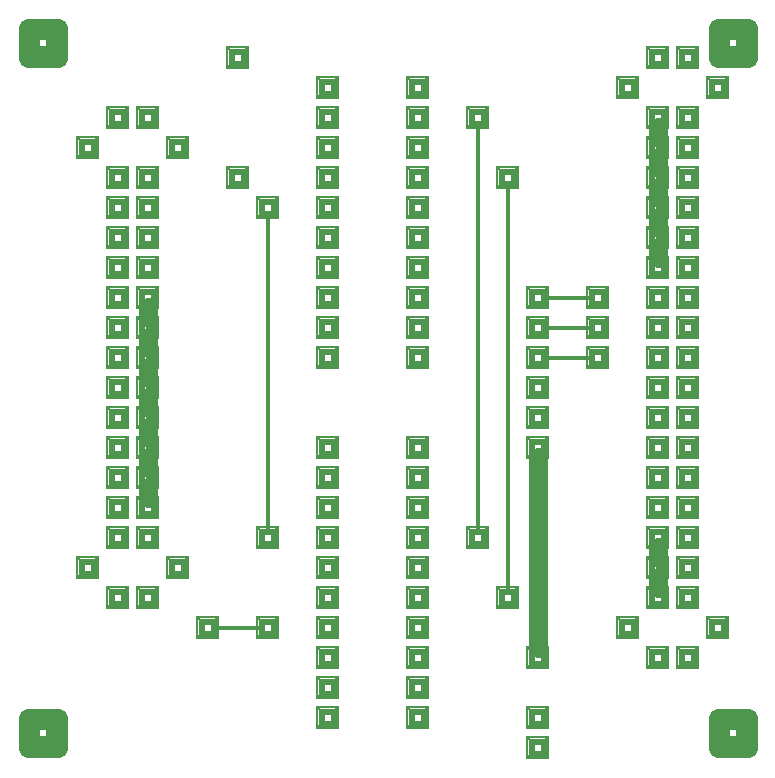
<source format=gtl>
%MOIN*%
%FSLAX23Y23*%
%ADD10C,.012*%
%ADD11C,.062*%
%ADD12C,.050X.024*%
%ADD13R,.062X.062X.024*%
%ADD14C,.016*%
%ADD15R,.008X.062*%
%ADD16R,.062X.008*%
%ADD17C,.008*%
%LPD*%
G90*X0Y0D02*X150Y150D02*D11*X50D01*Y250D01*       
X150D01*Y150D01*D13*X100Y200D03*X450Y650D03*D14*  
X481Y681D03*Y619D03*X419Y681D03*Y619D03*D15*      
X485Y650D03*X415D03*D16*X450Y685D03*Y615D03*D13*  
X350Y650D03*D14*X381Y681D03*Y619D03*X319Y681D03*  
Y619D03*D15*X385Y650D03*X315D03*D16*X350Y685D03*  
Y615D03*D13*X650Y550D03*D14*X681Y581D03*Y519D03*  
X619Y581D03*Y519D03*D15*X685Y550D03*X615D03*D16*  
X650Y585D03*Y515D03*X681Y550D02*D10*X819D01*D13*  
X850D03*D14*X881Y581D03*Y519D03*X819Y581D03*      
Y519D03*D15*X885Y550D03*X815D03*D16*X850Y585D03*  
Y515D03*D13*X1050Y350D03*D14*X1081Y381D03*Y319D03*
X1019Y381D03*Y319D03*D15*X1085Y350D03*X1015D03*   
D16*X1050Y385D03*Y315D03*D13*Y750D03*D14*         
X1081Y781D03*Y719D03*X1019Y781D03*Y719D03*D15*    
X1085Y750D03*X1015D03*D16*X1050Y785D03*Y715D03*   
D13*Y450D03*D14*X1081Y481D03*Y419D03*X1019Y481D03*
Y419D03*D15*X1085Y450D03*X1015D03*D16*            
X1050Y485D03*Y415D03*D13*Y550D03*D14*X1081Y581D03*
Y519D03*X1019Y581D03*Y519D03*D15*X1085Y550D03*    
X1015D03*D16*X1050Y585D03*Y515D03*D13*Y650D03*D14*
X1081Y681D03*Y619D03*X1019Y681D03*Y619D03*D15*    
X1085Y650D03*X1015D03*D16*X1050Y685D03*Y615D03*   
D13*Y850D03*D14*X1081Y881D03*Y819D03*X1019Y881D03*
Y819D03*D15*X1085Y850D03*X1015D03*D16*            
X1050Y885D03*Y815D03*D13*X550Y750D03*D14*         
X581Y781D03*Y719D03*X519Y781D03*Y719D03*D15*      
X585Y750D03*X515D03*D16*X550Y785D03*Y715D03*D13*  
X850Y850D03*D14*X881Y881D03*Y819D03*X819Y881D03*  
Y819D03*D15*X885Y850D03*X815D03*D16*X850Y885D03*  
Y815D03*Y881D02*D10*Y1919D01*D13*Y1950D03*D14*    
X881Y1981D03*Y1919D03*X819Y1981D03*Y1919D03*D15*  
X885Y1950D03*X815D03*D16*X850Y1985D03*Y1915D03*   
D13*X750Y2050D03*D14*X781Y2081D03*Y2019D03*       
X719Y2081D03*Y2019D03*D15*X785Y2050D03*X715D03*   
D16*X750Y2085D03*Y2015D03*D13*X1050Y1750D03*D14*  
X1081Y1781D03*Y1719D03*X1019Y1781D03*Y1719D03*D15*
X1085Y1750D03*X1015D03*D16*X1050Y1785D03*Y1715D03*
D13*Y2150D03*D14*X1081Y2181D03*Y2119D03*          
X1019Y2181D03*Y2119D03*D15*X1085Y2150D03*X1015D03*
D16*X1050Y2185D03*Y2115D03*D13*Y1850D03*D14*      
X1081Y1881D03*Y1819D03*X1019Y1881D03*Y1819D03*D15*
X1085Y1850D03*X1015D03*D16*X1050Y1885D03*Y1815D03*
D13*Y1950D03*D14*X1081Y1981D03*Y1919D03*          
X1019Y1981D03*Y1919D03*D15*X1085Y1950D03*X1015D03*
D16*X1050Y1985D03*Y1915D03*D13*Y2050D03*D14*      
X1081Y2081D03*Y2019D03*X1019Y2081D03*Y2019D03*D15*
X1085Y2050D03*X1015D03*D16*X1050Y2085D03*Y2015D03*
D13*Y2250D03*D14*X1081Y2281D03*Y2219D03*          
X1019Y2281D03*Y2219D03*D15*X1085Y2250D03*X1015D03*
D16*X1050Y2285D03*Y2215D03*D13*X550Y2150D03*D14*  
X581Y2181D03*Y2119D03*X519Y2181D03*Y2119D03*D15*  
X585Y2150D03*X515D03*D16*X550Y2185D03*Y2115D03*   
D13*X1050Y1650D03*D14*X1081Y1681D03*Y1619D03*     
X1019Y1681D03*Y1619D03*D15*X1085Y1650D03*X1015D03*
D16*X1050Y1685D03*Y1615D03*D13*X450Y1550D03*D14*  
X481Y1581D03*Y1519D03*X419Y1581D03*Y1519D03*D15*  
X485Y1550D03*X415D03*D16*X450Y1585D03*Y1515D03*   
Y1519D02*D11*Y1481D01*D13*Y1450D03*D14*           
X481Y1481D03*Y1419D03*X419Y1481D03*Y1419D03*D15*  
X485Y1450D03*X415D03*D16*X450Y1485D03*Y1415D03*   
Y1419D02*D11*Y1381D01*D13*Y1350D03*D14*           
X481Y1381D03*Y1319D03*X419Y1381D03*Y1319D03*D15*  
X485Y1350D03*X415D03*D16*X450Y1385D03*Y1315D03*   
Y1319D02*D11*Y1281D01*D13*Y1250D03*D14*           
X481Y1281D03*Y1219D03*X419Y1281D03*Y1219D03*D15*  
X485Y1250D03*X415D03*D16*X450Y1285D03*Y1215D03*   
Y1219D02*D11*Y1181D01*D13*Y1150D03*D14*           
X481Y1181D03*Y1119D03*X419Y1181D03*Y1119D03*D15*  
X485Y1150D03*X415D03*D16*X450Y1185D03*Y1115D03*   
Y1119D02*D11*Y1081D01*D13*Y1050D03*D14*           
X481Y1081D03*Y1019D03*X419Y1081D03*Y1019D03*D15*  
X485Y1050D03*X415D03*D16*X450Y1085D03*Y1015D03*   
Y1019D02*D11*Y981D01*D13*Y950D03*D14*X481Y981D03* 
Y919D03*X419Y981D03*Y919D03*D15*X485Y950D03*      
X415D03*D16*X450Y985D03*Y915D03*D13*X350Y1050D03* 
D14*X381Y1081D03*Y1019D03*X319Y1081D03*Y1019D03*  
D15*X385Y1050D03*X315D03*D16*X350Y1085D03*        
Y1015D03*D13*Y850D03*D14*X381Y881D03*Y819D03*     
X319Y881D03*Y819D03*D15*X385Y850D03*X315D03*D16*  
X350Y885D03*Y815D03*D13*Y950D03*D14*X381Y981D03*  
Y919D03*X319Y981D03*Y919D03*D15*X385Y950D03*      
X315D03*D16*X350Y985D03*Y915D03*D13*X450Y850D03*  
D14*X481Y881D03*Y819D03*X419Y881D03*Y819D03*D15*  
X485Y850D03*X415D03*D16*X450Y885D03*Y815D03*D13*  
X250Y750D03*D14*X281Y781D03*Y719D03*X219Y781D03*  
Y719D03*D15*X285Y750D03*X215D03*D16*X250Y785D03*  
Y715D03*D13*X350Y1150D03*D14*X381Y1181D03*        
Y1119D03*X319Y1181D03*Y1119D03*D15*X385Y1150D03*  
X315D03*D16*X350Y1185D03*Y1115D03*D13*Y1250D03*   
D14*X381Y1281D03*Y1219D03*X319Y1281D03*Y1219D03*  
D15*X385Y1250D03*X315D03*D16*X350Y1285D03*        
Y1215D03*D13*Y1350D03*D14*X381Y1381D03*Y1319D03*  
X319Y1381D03*Y1319D03*D15*X385Y1350D03*X315D03*   
D16*X350Y1385D03*Y1315D03*D13*Y1450D03*D14*       
X381Y1481D03*Y1419D03*X319Y1481D03*Y1419D03*D15*  
X385Y1450D03*X315D03*D16*X350Y1485D03*Y1415D03*   
D13*X1050Y1550D03*D14*X1081Y1581D03*Y1519D03*     
X1019Y1581D03*Y1519D03*D15*X1085Y1550D03*X1015D03*
D16*X1050Y1585D03*Y1515D03*D13*Y950D03*D14*       
X1081Y981D03*Y919D03*X1019Y981D03*Y919D03*D15*    
X1085Y950D03*X1015D03*D16*X1050Y985D03*Y915D03*   
X450Y1581D02*D11*Y1619D01*D13*Y1650D03*D14*       
X481Y1681D03*Y1619D03*X419Y1681D03*Y1619D03*D15*  
X485Y1650D03*X415D03*D16*X450Y1685D03*Y1615D03*   
D13*X350Y1750D03*D14*X381Y1781D03*Y1719D03*       
X319Y1781D03*Y1719D03*D15*X385Y1750D03*X315D03*   
D16*X350Y1785D03*Y1715D03*D13*Y1550D03*D14*       
X381Y1581D03*Y1519D03*X319Y1581D03*Y1519D03*D15*  
X385Y1550D03*X315D03*D16*X350Y1585D03*Y1515D03*   
D13*X450Y1750D03*D14*X481Y1781D03*Y1719D03*       
X419Y1781D03*Y1719D03*D15*X485Y1750D03*X415D03*   
D16*X450Y1785D03*Y1715D03*D13*X350Y1650D03*D14*   
X381Y1681D03*Y1619D03*X319Y1681D03*Y1619D03*D15*  
X385Y1650D03*X315D03*D16*X350Y1685D03*Y1615D03*   
D13*X450Y1850D03*D14*X481Y1881D03*Y1819D03*       
X419Y1881D03*Y1819D03*D15*X485Y1850D03*X415D03*   
D16*X450Y1885D03*Y1815D03*D13*X350Y1850D03*D14*   
X381Y1881D03*Y1819D03*X319Y1881D03*Y1819D03*D15*  
X385Y1850D03*X315D03*D16*X350Y1885D03*Y1815D03*   
D13*X450Y1950D03*D14*X481Y1981D03*Y1919D03*       
X419Y1981D03*Y1919D03*D15*X485Y1950D03*X415D03*   
D16*X450Y1985D03*Y1915D03*D13*X350Y1950D03*D14*   
X381Y1981D03*Y1919D03*X319Y1981D03*Y1919D03*D15*  
X385Y1950D03*X315D03*D16*X350Y1985D03*Y1915D03*   
D13*X450Y2050D03*D14*X481Y2081D03*Y2019D03*       
X419Y2081D03*Y2019D03*D15*X485Y2050D03*X415D03*   
D16*X450Y2085D03*Y2015D03*D13*X350Y2050D03*D14*   
X381Y2081D03*Y2019D03*X319Y2081D03*Y2019D03*D15*  
X385Y2050D03*X315D03*D16*X350Y2085D03*Y2015D03*   
D13*X250Y2150D03*D14*X281Y2181D03*Y2119D03*       
X219Y2181D03*Y2119D03*D15*X285Y2150D03*X215D03*   
D16*X250Y2185D03*Y2115D03*D13*X1050Y1050D03*D14*  
X1081Y1081D03*Y1019D03*X1019Y1081D03*Y1019D03*D15*
X1085Y1050D03*X1015D03*D16*X1050Y1085D03*Y1015D03*
D13*Y1150D03*D14*X1081Y1181D03*Y1119D03*          
X1019Y1181D03*Y1119D03*D15*X1085Y1150D03*X1015D03*
D16*X1050Y1185D03*Y1115D03*D13*Y1450D03*D14*      
X1081Y1481D03*Y1419D03*X1019Y1481D03*Y1419D03*D15*
X1085Y1450D03*X1015D03*D16*X1050Y1485D03*Y1415D03*
D13*X450Y2250D03*D14*X481Y2281D03*Y2219D03*       
X419Y2281D03*Y2219D03*D15*X485Y2250D03*X415D03*   
D16*X450Y2285D03*Y2215D03*D13*X350Y2250D03*D14*   
X381Y2281D03*Y2219D03*X319Y2281D03*Y2219D03*D15*  
X385Y2250D03*X315D03*D16*X350Y2285D03*Y2215D03*   
D13*X1050Y2350D03*D14*X1081Y2381D03*Y2319D03*     
X1019Y2381D03*Y2319D03*D15*X1085Y2350D03*X1015D03*
D16*X1050Y2385D03*Y2315D03*D13*X750Y2450D03*D14*  
X781Y2481D03*Y2419D03*X719Y2481D03*Y2419D03*D15*  
X785Y2450D03*X715D03*D16*X750Y2485D03*Y2415D03*   
X150Y2450D02*D11*X50D01*Y2550D01*X150D01*Y2450D01*
D13*X100Y2500D03*X1350Y1450D03*D14*X1381Y1481D03* 
Y1419D03*X1319Y1481D03*Y1419D03*D15*X1385Y1450D03*
X1315D03*D16*X1350Y1485D03*Y1415D03*D13*Y1550D03* 
D14*X1381Y1581D03*Y1519D03*X1319Y1581D03*Y1519D03*
D15*X1385Y1550D03*X1315D03*D16*X1350Y1585D03*     
Y1515D03*D13*Y1650D03*D14*X1381Y1681D03*Y1619D03* 
X1319Y1681D03*Y1619D03*D15*X1385Y1650D03*X1315D03*
D16*X1350Y1685D03*Y1615D03*D13*Y1750D03*D14*      
X1381Y1781D03*Y1719D03*X1319Y1781D03*Y1719D03*D15*
X1385Y1750D03*X1315D03*D16*X1350Y1785D03*Y1715D03*
D13*Y1850D03*D14*X1381Y1881D03*Y1819D03*          
X1319Y1881D03*Y1819D03*D15*X1385Y1850D03*X1315D03*
D16*X1350Y1885D03*Y1815D03*D13*Y1950D03*D14*      
X1381Y1981D03*Y1919D03*X1319Y1981D03*Y1919D03*D15*
X1385Y1950D03*X1315D03*D16*X1350Y1985D03*Y1915D03*
D13*Y2050D03*D14*X1381Y2081D03*Y2019D03*          
X1319Y2081D03*Y2019D03*D15*X1385Y2050D03*X1315D03*
D16*X1350Y2085D03*Y2015D03*D13*Y2150D03*D14*      
X1381Y2181D03*Y2119D03*X1319Y2181D03*Y2119D03*D15*
X1385Y2150D03*X1315D03*D16*X1350Y2185D03*Y2115D03*
D13*Y2250D03*D14*X1381Y2281D03*Y2219D03*          
X1319Y2281D03*Y2219D03*D15*X1385Y2250D03*X1315D03*
D16*X1350Y2285D03*Y2215D03*D13*Y2350D03*D14*      
X1381Y2381D03*Y2319D03*X1319Y2381D03*Y2319D03*D15*
X1385Y2350D03*X1315D03*D16*X1350Y2385D03*Y2315D03*
D13*Y1150D03*D14*X1381Y1181D03*Y1119D03*          
X1319Y1181D03*Y1119D03*D15*X1385Y1150D03*X1315D03*
D16*X1350Y1185D03*Y1115D03*D13*X1550Y2250D03*D14* 
X1581Y2281D03*Y2219D03*X1519Y2281D03*Y2219D03*D15*
X1585Y2250D03*X1515D03*D16*X1550Y2285D03*Y2215D03*
Y2219D02*D10*Y881D01*D13*Y850D03*D14*X1581Y881D03*
Y819D03*X1519Y881D03*Y819D03*D15*X1585Y850D03*    
X1515D03*D16*X1550Y885D03*Y815D03*D13*            
X1350Y1050D03*D14*X1381Y1081D03*Y1019D03*         
X1319Y1081D03*Y1019D03*D15*X1385Y1050D03*X1315D03*
D16*X1350Y1085D03*Y1015D03*D13*Y650D03*D14*       
X1381Y681D03*Y619D03*X1319Y681D03*Y619D03*D15*    
X1385Y650D03*X1315D03*D16*X1350Y685D03*Y615D03*   
D13*Y950D03*D14*X1381Y981D03*Y919D03*X1319Y981D03*
Y919D03*D15*X1385Y950D03*X1315D03*D16*            
X1350Y985D03*Y915D03*D13*Y850D03*D14*X1381Y881D03*
Y819D03*X1319Y881D03*Y819D03*D15*X1385Y850D03*    
X1315D03*D16*X1350Y885D03*Y815D03*D13*Y750D03*D14*
X1381Y781D03*Y719D03*X1319Y781D03*Y719D03*D15*    
X1385Y750D03*X1315D03*D16*X1350Y785D03*Y715D03*   
D13*X1650Y650D03*D14*X1681Y681D03*Y619D03*        
X1619Y681D03*Y619D03*D15*X1685Y650D03*X1615D03*   
D16*X1650Y685D03*Y615D03*Y681D02*D10*Y2019D01*D13*
Y2050D03*D14*X1681Y2081D03*Y2019D03*X1619Y2081D03*
Y2019D03*D15*X1685Y2050D03*X1615D03*D16*          
X1650Y2085D03*Y2015D03*D13*X1750Y1650D03*D14*     
X1781Y1681D03*Y1619D03*X1719Y1681D03*Y1619D03*D15*
X1785Y1650D03*X1715D03*D16*X1750Y1685D03*Y1615D03*
X1781Y1650D02*D10*X1919D01*D13*X1950D03*D14*      
X1981Y1681D03*Y1619D03*X1919Y1681D03*Y1619D03*D15*
X1985Y1650D03*X1915D03*D16*X1950Y1685D03*Y1615D03*
D13*Y1550D03*D14*X1981Y1581D03*Y1519D03*          
X1919Y1581D03*Y1519D03*D15*X1985Y1550D03*X1915D03*
D16*X1950Y1585D03*Y1515D03*X1919Y1550D02*D10*     
X1781D01*D13*X1750D03*D14*X1781Y1581D03*Y1519D03* 
X1719Y1581D03*Y1519D03*D15*X1785Y1550D03*X1715D03*
D16*X1750Y1585D03*Y1515D03*D13*Y1450D03*D14*      
X1781Y1481D03*Y1419D03*X1719Y1481D03*Y1419D03*D15*
X1785Y1450D03*X1715D03*D16*X1750Y1485D03*Y1415D03*
X1781Y1450D02*D10*X1919D01*D13*X1950D03*D14*      
X1981Y1481D03*Y1419D03*X1919Y1481D03*Y1419D03*D15*
X1985Y1450D03*X1915D03*D16*X1950Y1485D03*Y1415D03*
D13*X2150Y1250D03*D14*X2181Y1281D03*Y1219D03*     
X2119Y1281D03*Y1219D03*D15*X2185Y1250D03*X2115D03*
D16*X2150Y1285D03*Y1215D03*D13*Y1650D03*D14*      
X2181Y1681D03*Y1619D03*X2119Y1681D03*Y1619D03*D15*
X2185Y1650D03*X2115D03*D16*X2150Y1685D03*Y1615D03*
D13*X1750Y1250D03*D14*X1781Y1281D03*Y1219D03*     
X1719Y1281D03*Y1219D03*D15*X1785Y1250D03*X1715D03*
D16*X1750Y1285D03*Y1215D03*D13*X2150Y1350D03*D14* 
X2181Y1381D03*Y1319D03*X2119Y1381D03*Y1319D03*D15*
X2185Y1350D03*X2115D03*D16*X2150Y1385D03*Y1315D03*
D13*Y1450D03*D14*X2181Y1481D03*Y1419D03*          
X2119Y1481D03*Y1419D03*D15*X2185Y1450D03*X2115D03*
D16*X2150Y1485D03*Y1415D03*D13*Y1550D03*D14*      
X2181Y1581D03*Y1519D03*X2119Y1581D03*Y1519D03*D15*
X2185Y1550D03*X2115D03*D16*X2150Y1585D03*Y1515D03*
D13*X1750Y1350D03*D14*X1781Y1381D03*Y1319D03*     
X1719Y1381D03*Y1319D03*D15*X1785Y1350D03*X1715D03*
D16*X1750Y1385D03*Y1315D03*D13*X2250Y1150D03*D14* 
X2281Y1181D03*Y1119D03*X2219Y1181D03*Y1119D03*D15*
X2285Y1150D03*X2215D03*D16*X2250Y1185D03*Y1115D03*
D13*Y1750D03*D14*X2281Y1781D03*Y1719D03*          
X2219Y1781D03*Y1719D03*D15*X2285Y1750D03*X2215D03*
D16*X2250Y1785D03*Y1715D03*D13*Y1250D03*D14*      
X2281Y1281D03*Y1219D03*X2219Y1281D03*Y1219D03*D15*
X2285Y1250D03*X2215D03*D16*X2250Y1285D03*Y1215D03*
D13*X2150Y1750D03*D14*X2181Y1781D03*Y1719D03*     
X2119Y1781D03*Y1719D03*D15*X2185Y1750D03*X2115D03*
D16*X2150Y1785D03*Y1715D03*Y1781D02*D11*Y1819D01* 
D13*Y1850D03*D14*X2181Y1881D03*Y1819D03*          
X2119Y1881D03*Y1819D03*D15*X2185Y1850D03*X2115D03*
D16*X2150Y1885D03*Y1815D03*Y1881D02*D11*Y1919D01* 
D13*Y1950D03*D14*X2181Y1981D03*Y1919D03*          
X2119Y1981D03*Y1919D03*D15*X2185Y1950D03*X2115D03*
D16*X2150Y1985D03*Y1915D03*Y1981D02*D11*Y2019D01* 
D13*Y2050D03*D14*X2181Y2081D03*Y2019D03*          
X2119Y2081D03*Y2019D03*D15*X2185Y2050D03*X2115D03*
D16*X2150Y2085D03*Y2015D03*Y2081D02*D11*Y2119D01* 
D13*Y2150D03*D14*X2181Y2181D03*Y2119D03*          
X2119Y2181D03*Y2119D03*D15*X2185Y2150D03*X2115D03*
D16*X2150Y2185D03*Y2115D03*Y2181D02*D11*Y2219D01* 
D13*Y2250D03*D14*X2181Y2281D03*Y2219D03*          
X2119Y2281D03*Y2219D03*D15*X2185Y2250D03*X2115D03*
D16*X2150Y2285D03*Y2215D03*D13*X2250Y2150D03*D14* 
X2281Y2181D03*Y2119D03*X2219Y2181D03*Y2119D03*D15*
X2285Y2150D03*X2215D03*D16*X2250Y2185D03*Y2115D03*
D13*X2050Y2350D03*D14*X2081Y2381D03*Y2319D03*     
X2019Y2381D03*Y2319D03*D15*X2085Y2350D03*X2015D03*
D16*X2050Y2385D03*Y2315D03*D13*X2250Y2250D03*D14* 
X2281Y2281D03*Y2219D03*X2219Y2281D03*Y2219D03*D15*
X2285Y2250D03*X2215D03*D16*X2250Y2285D03*Y2215D03*
X2350Y2450D02*D11*X2450D01*Y2550D01*X2350D01*     
Y2450D01*D13*X2400Y2500D03*X2250Y2450D03*D14*     
X2281Y2481D03*Y2419D03*X2219Y2481D03*Y2419D03*D15*
X2285Y2450D03*X2215D03*D16*X2250Y2485D03*Y2415D03*
D13*X2350Y2350D03*D14*X2381Y2381D03*Y2319D03*     
X2319Y2381D03*Y2319D03*D15*X2385Y2350D03*X2315D03*
D16*X2350Y2385D03*Y2315D03*D13*X2150Y2450D03*D14* 
X2181Y2481D03*Y2419D03*X2119Y2481D03*Y2419D03*D15*
X2185Y2450D03*X2115D03*D16*X2150Y2485D03*Y2415D03*
D13*X2250Y2050D03*D14*X2281Y2081D03*Y2019D03*     
X2219Y2081D03*Y2019D03*D15*X2285Y2050D03*X2215D03*
D16*X2250Y2085D03*Y2015D03*D13*Y1950D03*D14*      
X2281Y1981D03*Y1919D03*X2219Y1981D03*Y1919D03*D15*
X2285Y1950D03*X2215D03*D16*X2250Y1985D03*Y1915D03*
D13*Y1850D03*D14*X2281Y1881D03*Y1819D03*          
X2219Y1881D03*Y1819D03*D15*X2285Y1850D03*X2215D03*
D16*X2250Y1885D03*Y1815D03*D13*Y1650D03*D14*      
X2281Y1681D03*Y1619D03*X2219Y1681D03*Y1619D03*D15*
X2285Y1650D03*X2215D03*D16*X2250Y1685D03*Y1615D03*
D13*Y1550D03*D14*X2281Y1581D03*Y1519D03*          
X2219Y1581D03*Y1519D03*D15*X2285Y1550D03*X2215D03*
D16*X2250Y1585D03*Y1515D03*D13*Y1450D03*D14*      
X2281Y1481D03*Y1419D03*X2219Y1481D03*Y1419D03*D15*
X2285Y1450D03*X2215D03*D16*X2250Y1485D03*Y1415D03*
D13*Y1350D03*D14*X2281Y1381D03*Y1319D03*          
X2219Y1381D03*Y1319D03*D15*X2285Y1350D03*X2215D03*
D16*X2250Y1385D03*Y1315D03*D13*X1750Y1150D03*D14* 
X1781Y1181D03*Y1119D03*X1719Y1181D03*Y1119D03*D15*
X1785Y1150D03*X1715D03*D16*X1750Y1185D03*Y1115D03*
Y1119D02*D11*Y481D01*D13*Y450D03*D14*X1781Y481D03*
Y419D03*X1719Y481D03*Y419D03*D15*X1785Y450D03*    
X1715D03*D16*X1750Y485D03*Y415D03*D13*Y250D03*D14*
X1781Y281D03*Y219D03*X1719Y281D03*Y219D03*D15*    
X1785Y250D03*X1715D03*D16*X1750Y285D03*Y215D03*   
D13*Y150D03*D14*X1781Y181D03*Y119D03*X1719Y181D03*
Y119D03*D15*X1785Y150D03*X1715D03*D16*            
X1750Y185D03*Y115D03*D13*X2050Y550D03*D14*        
X2081Y581D03*Y519D03*X2019Y581D03*Y519D03*D15*    
X2085Y550D03*X2015D03*D16*X2050Y585D03*Y515D03*   
D13*X2150Y850D03*D14*X2181Y881D03*Y819D03*        
X2119Y881D03*Y819D03*D15*X2185Y850D03*X2115D03*   
D16*X2150Y885D03*Y815D03*Y819D02*D11*Y781D01*D13* 
Y750D03*D14*X2181Y781D03*Y719D03*X2119Y781D03*    
Y719D03*D15*X2185Y750D03*X2115D03*D16*            
X2150Y785D03*Y715D03*Y719D02*D11*Y681D01*D13*     
Y650D03*D14*X2181Y681D03*Y619D03*X2119Y681D03*    
Y619D03*D15*X2185Y650D03*X2115D03*D16*            
X2150Y685D03*Y615D03*D13*X2250Y750D03*D14*        
X2281Y781D03*Y719D03*X2219Y781D03*Y719D03*D15*    
X2285Y750D03*X2215D03*D16*X2250Y785D03*Y715D03*   
D13*Y650D03*D14*X2281Y681D03*Y619D03*X2219Y681D03*
Y619D03*D15*X2285Y650D03*X2215D03*D16*            
X2250Y685D03*Y615D03*D13*X2350Y550D03*D14*        
X2381Y581D03*Y519D03*X2319Y581D03*Y519D03*D15*    
X2385Y550D03*X2315D03*D16*X2350Y585D03*Y515D03*   
D13*X2250Y850D03*D14*X2281Y881D03*Y819D03*        
X2219Y881D03*Y819D03*D15*X2285Y850D03*X2215D03*   
D16*X2250Y885D03*Y815D03*D13*X2150Y450D03*D14*    
X2181Y481D03*Y419D03*X2119Y481D03*Y419D03*D15*    
X2185Y450D03*X2115D03*D16*X2150Y485D03*Y415D03*   
D13*X2250Y450D03*D14*X2281Y481D03*Y419D03*        
X2219Y481D03*Y419D03*D15*X2285Y450D03*X2215D03*   
D16*X2250Y485D03*Y415D03*D13*Y950D03*D14*         
X2281Y981D03*Y919D03*X2219Y981D03*Y919D03*D15*    
X2285Y950D03*X2215D03*D16*X2250Y985D03*Y915D03*   
D13*X2150Y950D03*D14*X2181Y981D03*Y919D03*        
X2119Y981D03*Y919D03*D15*X2185Y950D03*X2115D03*   
D16*X2150Y985D03*Y915D03*D13*X2250Y1050D03*D14*   
X2281Y1081D03*Y1019D03*X2219Y1081D03*Y1019D03*D15*
X2285Y1050D03*X2215D03*D16*X2250Y1085D03*Y1015D03*
D13*X2150Y1050D03*D14*X2181Y1081D03*Y1019D03*     
X2119Y1081D03*Y1019D03*D15*X2185Y1050D03*X2115D03*
D16*X2150Y1085D03*Y1015D03*X2350Y250D02*D11*      
Y150D01*X2450D01*Y250D01*X2350D01*D13*            
X2400Y200D03*X2150Y1150D03*D14*X2181Y1181D03*     
Y1119D03*X2119Y1181D03*Y1119D03*D15*X2185Y1150D03*
X2115D03*D16*X2150Y1185D03*Y1115D03*D13*          
X1350Y550D03*D14*X1381Y581D03*Y519D03*            
X1319Y581D03*Y519D03*D15*X1385Y550D03*X1315D03*   
D16*X1350Y585D03*Y515D03*D13*Y450D03*D14*         
X1381Y481D03*Y419D03*X1319Y481D03*Y419D03*D15*    
X1385Y450D03*X1315D03*D16*X1350Y485D03*Y415D03*   
D13*Y350D03*D14*X1381Y381D03*Y319D03*X1319Y381D03*
Y319D03*D15*X1385Y350D03*X1315D03*D16*            
X1350Y385D03*Y315D03*D13*Y250D03*D14*X1381Y281D03*
Y219D03*X1319Y281D03*Y219D03*D15*X1385Y250D03*    
X1315D03*D16*X1350Y285D03*Y215D03*D13*            
X1050Y250D03*D14*X1081Y281D03*Y219D03*            
X1019Y281D03*Y219D03*D15*X1085Y250D03*X1015D03*   
D16*X1050Y285D03*Y215D03*M02*                     

</source>
